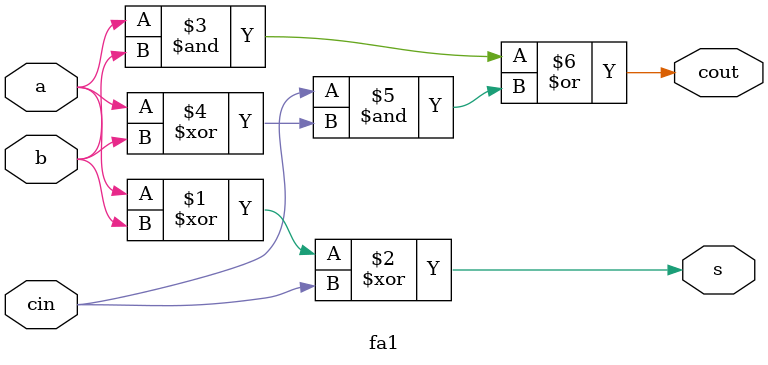
<source format=v>
`timescale 1ns / 1ps
module Calculation_add(s, cout, a, b, cin, add_clk);
output [31:0] s,cout;
input add_clk;
input [31:0]a, b;
input cin;

fa1 fa1(s[0],cout[0],a[0],b[0],cin);
fa1 fa2(s[1],cout[1],a[1],b[1],cout[0]);
fa1 fa3(s[2],cout[2],a[2],b[2],cout[1]);
fa1 fa4(s[3],cout[3],a[3],b[3],cout[2]);
fa1 fa5(s[4],cout[4],a[4],b[4],cout[3]);
fa1 fa6(s[5],cout[5],a[5],b[5],cout[4]); 
fa1 fa7(s[6],cout[6],a[6],b[6],cout[5]);
fa1 fa8(s[7],cout[7],a[7],b[7],cout[6]);
fa1 fa9(s[8],cout[8],a[8],b[8],cout[7]);
fa1 fa10(s[9],cout[9],a[9],b[9],cout[8]);
fa1 fa11(s[10],cout[10],a[10],b[10],cout[9]);
fa1 fa12(s[11],cout[11],a[11],b[11],cout[10]);
fa1 fa13(s[12],cout[12],a[12],b[12],cout[11]);
fa1 fa14(s[13],cout[13],a[13],b[13],cout[12]);
fa1 fa15(s[14],cout[14],a[14],b[14],cout[13]);
fa1 fa16(s[15],cout[15],a[15],b[15],cout[14]);
fa1 fa17(s[16],cout[16],a[16],b[16],cout[15]);
fa1 fa18(s[17],cout[17],a[17],b[17],cout[16]);
fa1 fa19(s[18],cout[18],a[18],b[18],cout[17]);
fa1 fa20(s[19],cout[19],a[19],b[19],cout[18]);
fa1 fa21(s[20],cout[20],a[20],b[20],cout[19]);
fa1 fa22(s[21],cout[21],a[21],b[21],cout[20]);
fa1 fa23(s[22],cout[22],a[22],b[22],cout[21]);
fa1 fa24(s[23],cout[23],a[23],b[23],cout[22]);
fa1 fa25(s[24],cout[24],a[24],b[24],cout[23]);
fa1 fa26(s[25],cout[25],a[25],b[25],cout[24]);
fa1 fa27(s[26],cout[26],a[26],b[26],cout[25]);
fa1 fa28(s[27],cout[27],a[27],b[27],cout[26]);
fa1 fa29(s[28],cout[28],a[28],b[28],cout[27]);
fa1 fa30(s[29],cout[29],a[29],b[29],cout[28]);
fa1 fa31(s[30],cout[30],a[30],b[30],cout[29]);
fa1 fa32(s[31],cout[31],a[31],b[31],cout[30]);
endmodule

module fa1(s,cout,a,b,cin);
output s,cout;
input a,b,cin;

assign s=a^b^cin;
assign cout=(a&b)|(cin&(a^b));

endmodule

</source>
